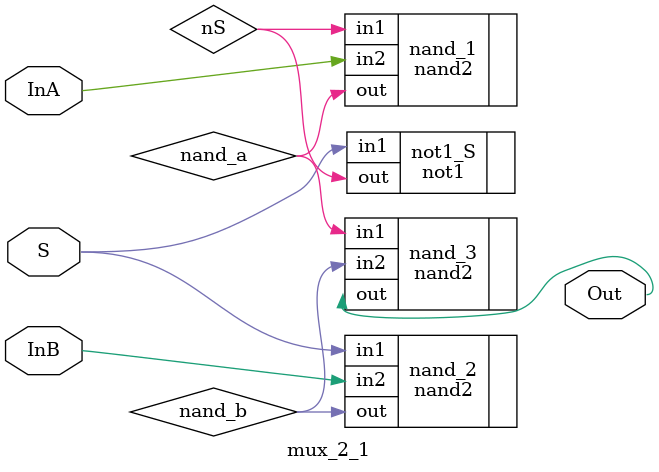
<source format=v>
/*
    CS/ECE 552 Spring '19
    Homework #3, Problem 1

    2-1 mux template
*/
module mux_2_1(InA, InB, S, Out);
    input   InA, InB;
    input   S;
    output  Out;

    // YOUR CODE HERE
    wire nS, nand_a, nand_b;
    not1 not1_S(.in1(S), .out(nS));
    nand2 nand_1(.in1(nS), .in2(InA), .out(nand_a));
    nand2 nand_2(.in1(S), .in2(InB), .out(nand_b));

    nand2 nand_3(.in1(nand_a), .in2(nand_b), .out(Out));
endmodule

</source>
